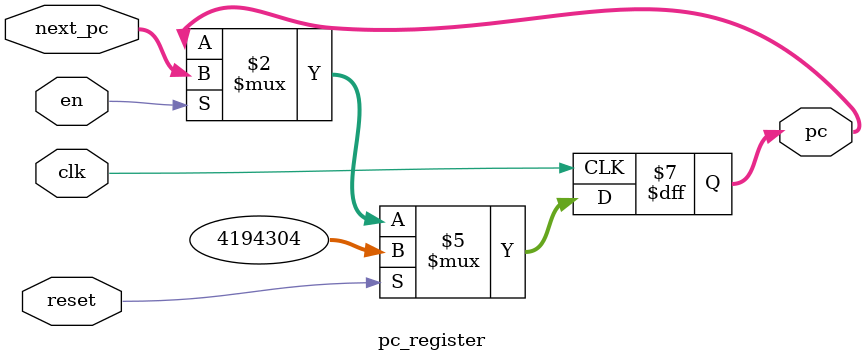
<source format=v>
`timescale 1ns / 1ps

module pc_register #(
    parameter RESET_PC = 32'h0040_0000
)(
    input  wire        clk,
    input  wire        reset,
	 input  wire        en,
    input  wire [31:0] next_pc,
    output reg  [31:0] pc
);
always @(posedge clk) begin
    if (reset)
        pc <= RESET_PC;
    else if (en)
        pc <= next_pc;
end
endmodule

</source>
